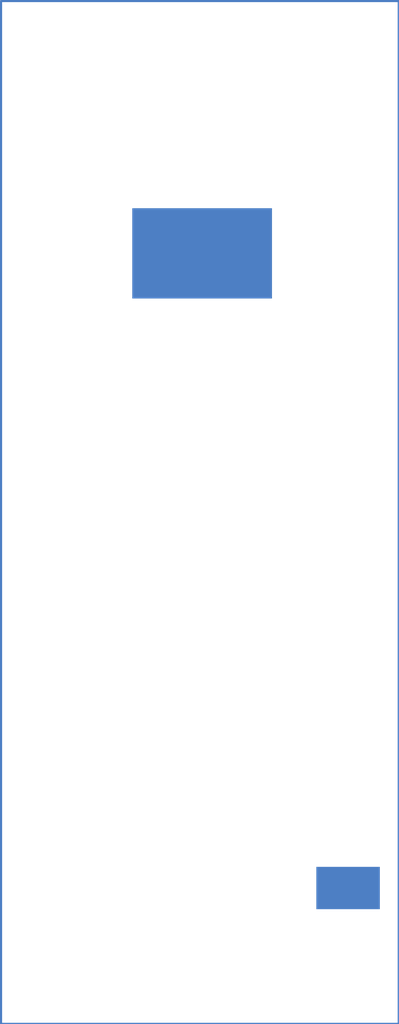
<source format=kicad_pcb>
(kicad_pcb (version 20171130) (host pcbnew "(5.1.2)-2")

  (general
    (thickness 1.6)
  )

  (page A4)
  (layers
    (0 Top signal)
    (31 Bottom signal)
    (32 B.Adhes user)
    (33 F.Adhes user)
    (34 B.Paste user)
    (35 F.Paste user)
    (36 B.SilkS user)
    (37 F.SilkS user)
    (38 B.Mask user)
    (39 F.Mask user)
    (40 Dwgs.User user)
    (41 Cmts.User user)
    (42 Eco1.User user)
    (43 Eco2.User user)
    (44 Edge.Cuts user)
    (45 Margin user)
    (46 B.CrtYd user)
    (47 F.CrtYd user)
    (48 B.Fab user)
    (49 F.Fab user)
  )

  (setup
    (pad_to_mask_clearance 0.1016)
    (aux_axis_origin -120.62617 153.22756)
    (grid_origin -120.62617 153.22756)
    (pcbplotparams
      (layerselection 0x00010fc_ffffffff)
      (plot_on_all_layers_selection 0x0000000_00000000)
      (disableapertmacros false)
      (usegerberextensions false)
      (usegerberattributes true)
      (usegerberadvancedattributes true)
      (creategerberjobfile true)
      (dashed_line_dash_ratio 12)
      (dashed_line_gap_ratio 3)
      (svgprecision 4)
      (plotframeref false)
      (viasonmask false)
      (mode 1)
      (useauxorigin false)
      (hpglpennumber 1)
      (hpglpenspeed 20)
      (hpglpendiameter 15)
      (dxfpolygonmode true)
      (dxfimperialunits true)
      (dxfusepcbnewfont true)
      (psnegative false)
      (psa4output false)
      (plotreference true)
      (plotvalue true)
      (plotinvisibletext false)
      (sketchpadsonfab false)
      (subtractmaskfromsilk false)
      (outputformat 1)
      (mirror false)
      (drillshape 1)
      (scaleselection 1)
      (outputdirectory "")
    )
  )

  (net 0 "")

  (net 1 Y+)
  (net 2 Y-)
  (net 3 NetR3_2)
  (net 4 W-)
  (net 5 W+)
  (net 6 VIN)
  (net 7 VCC_5V)
  (net 8 TK6)
  (net 9 TK5)
  (net 10 TK4)
  (net 11 TK3)
  (net 12 TK2)
  (net 13 TK1)
  (net 14 SK4)
  (net 15 SK3)
  (net 16 SK2)
  (net 17 SK1)
  (net 18 S_LED7)
  (net 19 S_LED6)
  (net 20 S_LED5)
  (net 21 S_LED4)
  (net 22 S_LED3)
  (net 23 S_LED2)
  (net 24 S_LED1)
  (net 25 PWM2)
  (net 26 PWM1)
  (net 27 NetR19_2)
  (net 28 NetR16_2)
  (net 29 NetR15_2)
  (net 30 NetR14_1)
  (net 31 NetR12_1)
  (net 32 NetD2_1)
  (net 33 NetD1_1)
  (net 34 NetC5_2)
  (net 35 K_LED4)
  (net 36 K_LED3)
  (net 37 K_LED2)
  (net 38 K_LED1)
  (net 39 GND)
  (net 40 ALS_IN)

  (net_class Default "This is the default net class."
    (add_net ALS_IN)
    (add_net K_LED1)
    (add_net K_LED2)
    (add_net K_LED3)
    (add_net K_LED4)
    (add_net NetC5_2)
    (add_net NetD1_1)
    (add_net NetD2_1)
    (add_net NetR12_1)
    (add_net NetR14_1)
    (add_net NetR15_2)
    (add_net NetR16_2)
    (add_net NetR19_2)
    (add_net NetR3_2)
    (add_net PWM1)
    (add_net PWM2)
    (add_net SK1)
    (add_net SK2)
    (add_net SK3)
    (add_net SK4)
    (add_net S_LED1)
    (add_net S_LED2)
    (add_net S_LED3)
    (add_net S_LED4)
    (add_net S_LED5)
    (add_net S_LED6)
    (add_net S_LED7)
    (add_net TK1)
    (add_net TK2)
    (add_net TK3)
    (add_net TK4)
    (add_net TK5)
    (add_net TK6)
    (add_net VIN)
    (add_net W+)
    (add_net W-)
    (add_net Y+)
    (add_net Y-)
    (trace_width 0.254)
  )
  (net_class Power "This is the default net class."
    (add_net GND)
    (add_net VCC_5V)
    (trace_width 0.8)
  )


 
  
  (module "MIJI_ADPcbLib.PcbLib:R1206-JP_4" (layer Bottom) (tedit 0) (tstamp 0)
    (at 105.501099 98.871560 270)
    (fp_text reference 3 (at 0 0) (layer B.SilkS) hide
      (effects (font (size 0.8 0.8) (thickness 0.127)) (justify left bottom))
    )
    
    (pad 1 smd rect (at 0 0 0) (size 1.5 1) (layers Bottom B.Paste B.Mask)
(net 3 NetR3_2))
     )

  (module "MIJI_ADPcbLib.PcbLib:SMD-EC6.3X6.3X10_5" (layer Bottom) (tedit 0) (tstamp 0)
    (at 102.053830 83.885560 270)
    (fp_text reference 4 (at 0 0) (layer B.SilkS) hide
      (effects (font (size 0.8 0.8) (thickness 0.127)) (justify left bottom))
    )
       (pad 1 smd rect (at 0 0 0) (size 3.3 2.132) (layers Bottom B.Paste B.Mask)
(net 3 NetR3_2))
      )

 
  (gr_line (start 97.305026 77.927983) (end 106.697172 77.927983) (layer Bottom) (width 0.05) (tstamp 42A38F4))
  (gr_line (start 106.697172 77.927983) (end 106.697172 102.079213) (layer Bottom) (width 0.05) (tstamp 42A38F4))
  (gr_line (start 106.697172 102.079213) (end 97.305026 102.079213) (layer Bottom) (width 0.05) (tstamp 42A38F4))
  (gr_line (start 97.305026 102.079213) (end 97.305026 77.927983) (layer Bottom) (width 0.05) (tstamp 42A38F4))
)

</source>
